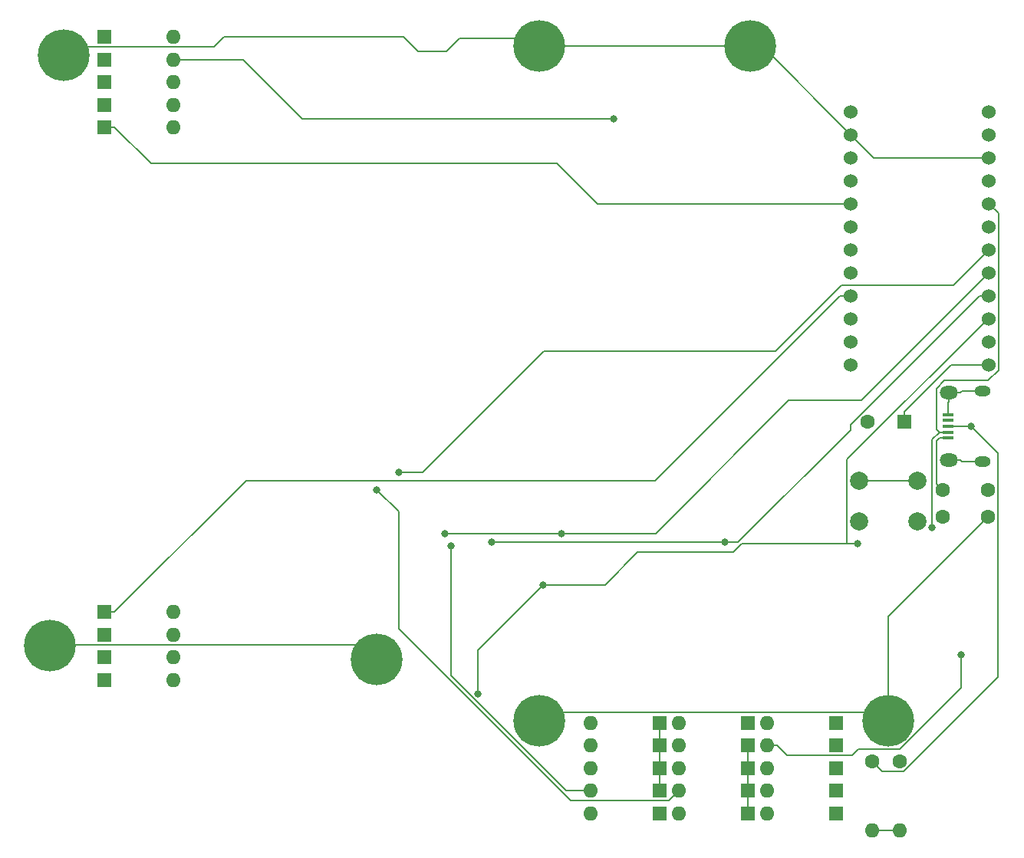
<source format=gtl>
%TF.GenerationSoftware,KiCad,Pcbnew,(5.99.0-12766-g4a3658027e)*%
%TF.CreationDate,2021-12-04T14:11:10+09:00*%
%TF.ProjectId,left,6c656674-2e6b-4696-9361-645f70636258,rev?*%
%TF.SameCoordinates,Original*%
%TF.FileFunction,Copper,L1,Top*%
%TF.FilePolarity,Positive*%
%FSLAX46Y46*%
G04 Gerber Fmt 4.6, Leading zero omitted, Abs format (unit mm)*
G04 Created by KiCad (PCBNEW (5.99.0-12766-g4a3658027e)) date 2021-12-04 14:11:10*
%MOMM*%
%LPD*%
G01*
G04 APERTURE LIST*
%TA.AperFunction,ComponentPad*%
%ADD10R,1.600000X1.600000*%
%TD*%
%TA.AperFunction,ComponentPad*%
%ADD11O,1.600000X1.600000*%
%TD*%
%TA.AperFunction,ComponentPad*%
%ADD12C,1.600000*%
%TD*%
%TA.AperFunction,ComponentPad*%
%ADD13C,2.000000*%
%TD*%
%TA.AperFunction,ComponentPad*%
%ADD14C,1.524000*%
%TD*%
%TA.AperFunction,ComponentPad*%
%ADD15C,5.700000*%
%TD*%
%TA.AperFunction,SMDPad,CuDef*%
%ADD16R,1.300000X0.450000*%
%TD*%
%TA.AperFunction,ComponentPad*%
%ADD17O,1.800000X1.150000*%
%TD*%
%TA.AperFunction,ComponentPad*%
%ADD18O,2.000000X1.450000*%
%TD*%
%TA.AperFunction,ViaPad*%
%ADD19C,0.800000*%
%TD*%
%TA.AperFunction,Conductor*%
%ADD20C,0.200000*%
%TD*%
G04 APERTURE END LIST*
D10*
%TO.P,D21,1,K*%
%TO.N,/lrow1*%
X86500000Y-96750000D03*
D11*
%TO.P,D21,2,A*%
%TO.N,Net-(D21-Pad2)*%
X78880000Y-96750000D03*
%TD*%
D10*
%TO.P,D13,1,K*%
%TO.N,/lrow2*%
X96250000Y-101750000D03*
D11*
%TO.P,D13,2,A*%
%TO.N,Net-(D13-Pad2)*%
X88630000Y-101750000D03*
%TD*%
D12*
%TO.P,R1,1*%
%TO.N,/lSCL*%
X110000000Y-101000000D03*
D11*
%TO.P,R1,2*%
%TO.N,+5V*%
X110000000Y-108620000D03*
%TD*%
D13*
%TO.P,SW47,1,1*%
%TO.N,/lRST*%
X115000000Y-74500000D03*
X108500000Y-74500000D03*
%TO.P,SW47,2,2*%
%TO.N,GND*%
X108500000Y-70000000D03*
X115000000Y-70000000D03*
%TD*%
D10*
%TO.P,D4,1,K*%
%TO.N,/lrow3*%
X106000000Y-106750000D03*
D11*
%TO.P,D4,2,A*%
%TO.N,Net-(D4-Pad2)*%
X98380000Y-106750000D03*
%TD*%
D10*
%TO.P,D8,1,K*%
%TO.N,/lrow2*%
X96250000Y-104250000D03*
D11*
%TO.P,D8,2,A*%
%TO.N,Net-(D8-Pad2)*%
X88630000Y-104250000D03*
%TD*%
D10*
%TO.P,D6,1,K*%
%TO.N,/lrow0*%
X25250000Y-28500000D03*
D11*
%TO.P,D6,2,A*%
%TO.N,Net-(D6-Pad2)*%
X32870000Y-28500000D03*
%TD*%
D10*
%TO.P,D23,1,K*%
%TO.N,/lrow3*%
X106000000Y-96750000D03*
D11*
%TO.P,D23,2,A*%
%TO.N,Net-(D23-Pad2)*%
X98380000Y-96750000D03*
%TD*%
D10*
%TO.P,D2,1,K*%
%TO.N,/lrow1*%
X86500000Y-106750000D03*
D11*
%TO.P,D2,2,A*%
%TO.N,Net-(D2-Pad2)*%
X78880000Y-106750000D03*
%TD*%
D10*
%TO.P,D3,1,K*%
%TO.N,/lrow2*%
X96250000Y-106750000D03*
D11*
%TO.P,D3,2,A*%
%TO.N,Net-(D3-Pad2)*%
X88630000Y-106750000D03*
%TD*%
D10*
%TO.P,D10,1,K*%
%TO.N,/lrow4*%
X25250000Y-89500000D03*
D11*
%TO.P,D10,2,A*%
%TO.N,Net-(D10-Pad2)*%
X32870000Y-89500000D03*
%TD*%
D10*
%TO.P,D5,1,K*%
%TO.N,/lrow4*%
X25250000Y-92000000D03*
D11*
%TO.P,D5,2,A*%
%TO.N,Net-(D5-Pad2)*%
X32870000Y-92000000D03*
%TD*%
D10*
%TO.P,D12,1,K*%
%TO.N,/lrow1*%
X86500000Y-101750000D03*
D11*
%TO.P,D12,2,A*%
%TO.N,Net-(D12-Pad2)*%
X78880000Y-101750000D03*
%TD*%
D10*
%TO.P,D20,1,K*%
%TO.N,/lrow0*%
X25250000Y-21000000D03*
D11*
%TO.P,D20,2,A*%
%TO.N,Net-(D20-Pad2)*%
X32870000Y-21000000D03*
%TD*%
D12*
%TO.P,R2,1*%
%TO.N,/lSDA*%
X113000000Y-101000000D03*
D11*
%TO.P,R2,2*%
%TO.N,+5V*%
X113000000Y-108620000D03*
%TD*%
D10*
%TO.P,D9,1,K*%
%TO.N,/lrow3*%
X106000000Y-104250000D03*
D11*
%TO.P,D9,2,A*%
%TO.N,Net-(D9-Pad2)*%
X98380000Y-104250000D03*
%TD*%
D10*
%TO.P,D18,1,K*%
%TO.N,/lrow2*%
X96250000Y-99250000D03*
D11*
%TO.P,D18,2,A*%
%TO.N,Net-(D18-Pad2)*%
X88630000Y-99250000D03*
%TD*%
D10*
%TO.P,D17,1,K*%
%TO.N,/lrow1*%
X86500000Y-99250000D03*
D11*
%TO.P,D17,2,A*%
%TO.N,Net-(D17-Pad2)*%
X78880000Y-99250000D03*
%TD*%
D10*
%TO.P,D15,1,K*%
%TO.N,/lrow4*%
X25250000Y-87000000D03*
D11*
%TO.P,D15,2,A*%
%TO.N,Net-(D15-Pad2)*%
X32870000Y-87000000D03*
%TD*%
D14*
%TO.P,U1,1,TX0/D3*%
%TO.N,/lLED*%
X122861400Y-29272000D03*
%TO.P,U1,2,RX1/D2*%
%TO.N,unconnected-(U1-Pad2)*%
X122861400Y-31812000D03*
%TO.P,U1,3,GND*%
%TO.N,GND*%
X122861400Y-34352000D03*
%TO.P,U1,4,GND*%
X122861400Y-36892000D03*
%TO.P,U1,5,2/D1/SDA*%
%TO.N,/lSDA*%
X122861400Y-39432000D03*
%TO.P,U1,6,3/D0/SCL*%
%TO.N,/lSCL*%
X122861400Y-41972000D03*
%TO.P,U1,7,4/D4*%
%TO.N,/lcol0*%
X122861400Y-44512000D03*
%TO.P,U1,8,5/C6*%
%TO.N,/lcol1*%
X122861400Y-47052000D03*
%TO.P,U1,9,6/D7*%
%TO.N,/lcol2*%
X122861400Y-49592000D03*
%TO.P,U1,10,7/E6*%
%TO.N,/lcol3*%
X122861400Y-52132000D03*
%TO.P,U1,11,8/B4*%
%TO.N,/lcol4*%
X122861400Y-54672000D03*
%TO.P,U1,12,9/B5*%
%TO.N,/lbuzzer*%
X122861400Y-57212000D03*
%TO.P,U1,13,B6/10*%
%TO.N,unconnected-(U1-Pad13)*%
X107641400Y-57212000D03*
%TO.P,U1,14,B2/16*%
%TO.N,unconnected-(U1-Pad14)*%
X107641400Y-54672000D03*
%TO.P,U1,15,B3/14*%
%TO.N,unconnected-(U1-Pad15)*%
X107641400Y-52132000D03*
%TO.P,U1,16,B1/15*%
%TO.N,/lrow4*%
X107641400Y-49592000D03*
%TO.P,U1,17,F7/A0*%
%TO.N,/lrow3*%
X107641400Y-47052000D03*
%TO.P,U1,18,F6/A1*%
%TO.N,/lrow2*%
X107641400Y-44512000D03*
%TO.P,U1,19,F5/A2*%
%TO.N,/lrow1*%
X107641400Y-41972000D03*
%TO.P,U1,20,F4/A3*%
%TO.N,/lrow0*%
X107641400Y-39432000D03*
%TO.P,U1,21,VCC*%
%TO.N,+5V*%
X107641400Y-36892000D03*
%TO.P,U1,22,RST*%
%TO.N,/lRST*%
X107641400Y-34352000D03*
%TO.P,U1,23,GND*%
%TO.N,GND*%
X107641400Y-31812000D03*
%TO.P,U1,24,RAW*%
%TO.N,unconnected-(U1-Pad24)*%
X107641400Y-29272000D03*
%TD*%
D10*
%TO.P,D22,1,K*%
%TO.N,/lrow2*%
X96250000Y-96750000D03*
D11*
%TO.P,D22,2,A*%
%TO.N,Net-(D22-Pad2)*%
X88630000Y-96750000D03*
%TD*%
D10*
%TO.P,D14,1,K*%
%TO.N,/lrow3*%
X106000000Y-101750000D03*
D11*
%TO.P,D14,2,A*%
%TO.N,Net-(D14-Pad2)*%
X98380000Y-101750000D03*
%TD*%
D10*
%TO.P,D11,1,K*%
%TO.N,/lrow0*%
X25250000Y-26000000D03*
D11*
%TO.P,D11,2,A*%
%TO.N,Net-(D11-Pad2)*%
X32870000Y-26000000D03*
%TD*%
D10*
%TO.P,D7,1,K*%
%TO.N,/lrow1*%
X86500000Y-104250000D03*
D11*
%TO.P,D7,2,A*%
%TO.N,Net-(D7-Pad2)*%
X78880000Y-104250000D03*
%TD*%
D10*
%TO.P,D1,1,K*%
%TO.N,/lrow0*%
X25250000Y-31000000D03*
D11*
%TO.P,D1,2,A*%
%TO.N,Net-(D1-Pad2)*%
X32870000Y-31000000D03*
%TD*%
D10*
%TO.P,D16,1,K*%
%TO.N,/lrow0*%
X25250000Y-23500000D03*
D11*
%TO.P,D16,2,A*%
%TO.N,Net-(D16-Pad2)*%
X32870000Y-23500000D03*
%TD*%
D10*
%TO.P,D19,1,K*%
%TO.N,/lrow3*%
X106000000Y-99250000D03*
D11*
%TO.P,D19,2,A*%
%TO.N,Net-(D19-Pad2)*%
X98380000Y-99250000D03*
%TD*%
D15*
%TO.P,H4,1,1*%
%TO.N,GND*%
X96500000Y-22000000D03*
%TD*%
D16*
%TO.P,J1,1,VBUS*%
%TO.N,+5V*%
X118350000Y-65300000D03*
%TO.P,J1,2,D-*%
%TO.N,/lSDA*%
X118350000Y-64650000D03*
%TO.P,J1,3,D+*%
%TO.N,/lSCL*%
X118350000Y-64000000D03*
%TO.P,J1,4,ID*%
%TO.N,unconnected-(J1-Pad4)*%
X118350000Y-63350000D03*
%TO.P,J1,5,GND*%
%TO.N,GND*%
X118350000Y-62700000D03*
D17*
%TO.P,J1,6,Shield*%
X122200000Y-67875000D03*
D18*
X118400000Y-60275000D03*
X118400000Y-67725000D03*
D17*
X122200000Y-60125000D03*
%TD*%
D15*
%TO.P,H2,1,1*%
%TO.N,GND*%
X19250000Y-88250000D03*
%TD*%
%TO.P,H1,1,1*%
%TO.N,GND*%
X55250000Y-89750000D03*
%TD*%
D10*
%TO.P,D47,1,K*%
%TO.N,/lrow4*%
X25250000Y-84500000D03*
D11*
%TO.P,D47,2,A*%
%TO.N,Net-(D47-Pad2)*%
X32870000Y-84500000D03*
%TD*%
D15*
%TO.P,H8,1,1*%
%TO.N,GND*%
X20750000Y-23000000D03*
%TD*%
D10*
%TO.P,BZ1,1,-*%
%TO.N,/lbuzzer*%
X113500000Y-63500000D03*
D12*
%TO.P,BZ1,2,+*%
%TO.N,GND*%
X109500000Y-63500000D03*
%TD*%
D15*
%TO.P,H6,1,1*%
%TO.N,GND*%
X111750000Y-96500000D03*
%TD*%
%TO.P,H5,1,1*%
%TO.N,GND*%
X73250000Y-22000000D03*
%TD*%
%TO.P,H7,1,1*%
%TO.N,GND*%
X73250000Y-96500000D03*
%TD*%
D12*
%TO.P,C1,1*%
%TO.N,+5V*%
X117750000Y-71000000D03*
%TO.P,C1,2*%
%TO.N,GND*%
X122750000Y-71000000D03*
%TD*%
%TO.P,C2,1*%
%TO.N,+5V*%
X117750000Y-74000000D03*
%TO.P,C2,2*%
%TO.N,GND*%
X122750000Y-74000000D03*
%TD*%
D19*
%TO.N,Net-(D7-Pad2)*%
X63451400Y-77178900D03*
%TO.N,Net-(D8-Pad2)*%
X55318000Y-71034800D03*
%TO.N,Net-(D16-Pad2)*%
X81403300Y-30026700D03*
%TO.N,Net-(D19-Pad2)*%
X119815700Y-89220600D03*
%TO.N,/lSDA*%
X116600100Y-75180400D03*
%TO.N,/lSCL*%
X120873400Y-64000000D03*
%TO.N,/lcol0*%
X57700000Y-69088400D03*
%TO.N,/lcol1*%
X75700000Y-75850800D03*
X62824100Y-75850800D03*
%TO.N,/lcol2*%
X67962800Y-76823600D03*
X93700000Y-76823600D03*
%TO.N,/lcol3*%
X73667500Y-81511600D03*
X108334500Y-76984800D03*
X66477400Y-93525000D03*
%TD*%
D20*
%TO.N,GND*%
X21649600Y-22100400D02*
X20750000Y-23000000D01*
X72449600Y-21199600D02*
X64432200Y-21199600D01*
X111750000Y-95607300D02*
X111750000Y-96500000D01*
X38451900Y-20999600D02*
X37351100Y-22100400D01*
X73250000Y-96500000D02*
X74142700Y-95607300D01*
X118400000Y-61300300D02*
X118350000Y-61350300D01*
X63023100Y-22608700D02*
X59863300Y-22608700D01*
X118400000Y-67725000D02*
X119700300Y-67725000D01*
X119850300Y-60125000D02*
X119700300Y-60275000D01*
X73250000Y-22000000D02*
X96500000Y-22000000D01*
X59863300Y-22608700D02*
X58254200Y-20999600D01*
X111750000Y-85000000D02*
X111750000Y-95607300D01*
X97829400Y-22000000D02*
X96500000Y-22000000D01*
X73250000Y-22000000D02*
X72449600Y-21199600D01*
X119850300Y-67875000D02*
X119700300Y-67725000D01*
X74142700Y-95607300D02*
X111750000Y-95607300D01*
X37351100Y-22100400D02*
X21649600Y-22100400D01*
X53600400Y-88100400D02*
X19399600Y-88100400D01*
X122200000Y-60125000D02*
X119850300Y-60125000D01*
X118400000Y-60275000D02*
X118400000Y-61300300D01*
X122200000Y-67875000D02*
X119850300Y-67875000D01*
X118350000Y-61350300D02*
X118350000Y-62700000D01*
X118400000Y-60275000D02*
X119700300Y-60275000D01*
X122750000Y-74000000D02*
X111750000Y-85000000D01*
X19399600Y-88100400D02*
X19250000Y-88250000D01*
X55250000Y-89750000D02*
X53600400Y-88100400D01*
X58254200Y-20999600D02*
X38451900Y-20999600D01*
X115000000Y-70000000D02*
X108500000Y-70000000D01*
X122861400Y-34352000D02*
X110181400Y-34352000D01*
X64432200Y-21199600D02*
X63023100Y-22608700D01*
X107641400Y-31812000D02*
X97829400Y-22000000D01*
X110181400Y-34352000D02*
X107641400Y-31812000D01*
%TO.N,+5V*%
X117094200Y-65605500D02*
X117399700Y-65300000D01*
X118350000Y-65300000D02*
X117399700Y-65300000D01*
X117094200Y-70344200D02*
X117094200Y-65605500D01*
X117750000Y-71000000D02*
X117094200Y-70344200D01*
X113000000Y-108620000D02*
X110000000Y-108620000D01*
%TO.N,/lrow1*%
X86500000Y-99250000D02*
X86500000Y-96750000D01*
X86500000Y-104250000D02*
X86500000Y-101750000D01*
X86500000Y-101750000D02*
X86500000Y-99250000D01*
%TO.N,/lrow2*%
X96250000Y-106750000D02*
X96250000Y-104250000D01*
X96250000Y-99250000D02*
X96250000Y-101750000D01*
X96250000Y-104250000D02*
X96250000Y-101750000D01*
%TO.N,/lrow4*%
X26350300Y-84500000D02*
X40850700Y-69999600D01*
X40850700Y-69999600D02*
X86014900Y-69999600D01*
X25250000Y-84500000D02*
X26350300Y-84500000D01*
X86014900Y-69999600D02*
X106422500Y-49592000D01*
X106422500Y-49592000D02*
X107641400Y-49592000D01*
%TO.N,/lrow0*%
X25250000Y-31000000D02*
X26350300Y-31000000D01*
X79624100Y-39432000D02*
X107641400Y-39432000D01*
X75192500Y-35000400D02*
X79624100Y-39432000D01*
X26350300Y-31000000D02*
X30350700Y-35000400D01*
X30350700Y-35000400D02*
X75192500Y-35000400D01*
%TO.N,Net-(D7-Pad2)*%
X78880000Y-104250000D02*
X77779700Y-104250000D01*
X77779700Y-104250000D02*
X76163400Y-104250000D01*
X76163400Y-104250000D02*
X63451400Y-91538000D01*
X63451400Y-91538000D02*
X63451400Y-77178900D01*
%TO.N,Net-(D8-Pad2)*%
X88630000Y-104250000D02*
X87511200Y-105368800D01*
X87511200Y-105368800D02*
X76690700Y-105368800D01*
X76690700Y-105368800D02*
X57719800Y-86397900D01*
X57719800Y-86397900D02*
X57719800Y-73436600D01*
X57719800Y-73436600D02*
X55318000Y-71034800D01*
%TO.N,Net-(D16-Pad2)*%
X47105800Y-30026700D02*
X81403300Y-30026700D01*
X32870000Y-23500000D02*
X40579100Y-23500000D01*
X40579100Y-23500000D02*
X47105800Y-30026700D01*
%TO.N,Net-(D19-Pad2)*%
X98380000Y-99250000D02*
X99480300Y-99250000D01*
X99480300Y-99250000D02*
X100580700Y-100350400D01*
X119815700Y-92900600D02*
X119815700Y-89220600D01*
X107812900Y-100350400D02*
X108483300Y-99680000D01*
X100580700Y-100350400D02*
X107812900Y-100350400D01*
X108483300Y-99680000D02*
X113036300Y-99680000D01*
X113036300Y-99680000D02*
X119815700Y-92900600D01*
%TO.N,/lSDA*%
X123939600Y-57810400D02*
X123939600Y-40510200D01*
X122790300Y-58959700D02*
X123939600Y-57810400D01*
X116600100Y-65449600D02*
X116600100Y-75180400D01*
X123939600Y-40510200D02*
X122861400Y-39432000D01*
X118350000Y-64650000D02*
X117399700Y-64650000D01*
X117071600Y-64321900D02*
X117071600Y-59851900D01*
X117071600Y-59851900D02*
X117963800Y-58959700D01*
X117399700Y-64650000D02*
X116600100Y-65449600D01*
X117963800Y-58959700D02*
X122790300Y-58959700D01*
X117399700Y-64650000D02*
X117071600Y-64321900D01*
%TO.N,/lSCL*%
X111109300Y-102109300D02*
X110000000Y-101000000D01*
X118350000Y-64000000D02*
X120873400Y-64000000D01*
X123876300Y-91683600D02*
X113450600Y-102109300D01*
X123876300Y-67002900D02*
X123876300Y-91683600D01*
X120873400Y-64000000D02*
X123876300Y-67002900D01*
X113450600Y-102109300D02*
X111109300Y-102109300D01*
%TO.N,/lcol0*%
X122861400Y-44512000D02*
X118933600Y-48439800D01*
X118933600Y-48439800D02*
X106578700Y-48439800D01*
X60361600Y-69088400D02*
X57700000Y-69088400D01*
X73704300Y-55745700D02*
X60361600Y-69088400D01*
X99272800Y-55745700D02*
X73704300Y-55745700D01*
X106578700Y-48439800D02*
X99272800Y-55745700D01*
%TO.N,/lcol1*%
X108766700Y-61146700D02*
X100774300Y-61146700D01*
X122861400Y-47052000D02*
X108766700Y-61146700D01*
X75700000Y-75850800D02*
X62824100Y-75850800D01*
X100774300Y-61146700D02*
X86070200Y-75850800D01*
X86070200Y-75850800D02*
X75700000Y-75850800D01*
%TO.N,/lcol2*%
X107576200Y-64442900D02*
X95195500Y-76823600D01*
X93700000Y-76823600D02*
X67962800Y-76823600D01*
X121849600Y-49592000D02*
X107576200Y-63865400D01*
X107576200Y-63865400D02*
X107576200Y-64442900D01*
X122861400Y-49592000D02*
X121849600Y-49592000D01*
X95195500Y-76823600D02*
X93700000Y-76823600D01*
%TO.N,/lcol3*%
X95600600Y-76984800D02*
X94683700Y-77901700D01*
X80475000Y-81511600D02*
X73667500Y-81511600D01*
X84084900Y-77901700D02*
X80475000Y-81511600D01*
X107192500Y-76984800D02*
X108334500Y-76984800D01*
X107192500Y-67691600D02*
X107192500Y-76984800D01*
X122752100Y-52132000D02*
X107192500Y-67691600D01*
X122861400Y-52132000D02*
X122752100Y-52132000D01*
X73667500Y-81511600D02*
X66477400Y-88701700D01*
X107192500Y-76984800D02*
X95600600Y-76984800D01*
X66477400Y-88701700D02*
X66477400Y-93525000D01*
X94683700Y-77901700D02*
X84084900Y-77901700D01*
%TO.N,/lbuzzer*%
X113500000Y-63500000D02*
X113500000Y-62399700D01*
X113500000Y-62399700D02*
X118687700Y-57212000D01*
X118687700Y-57212000D02*
X122861400Y-57212000D01*
%TD*%
M02*

</source>
